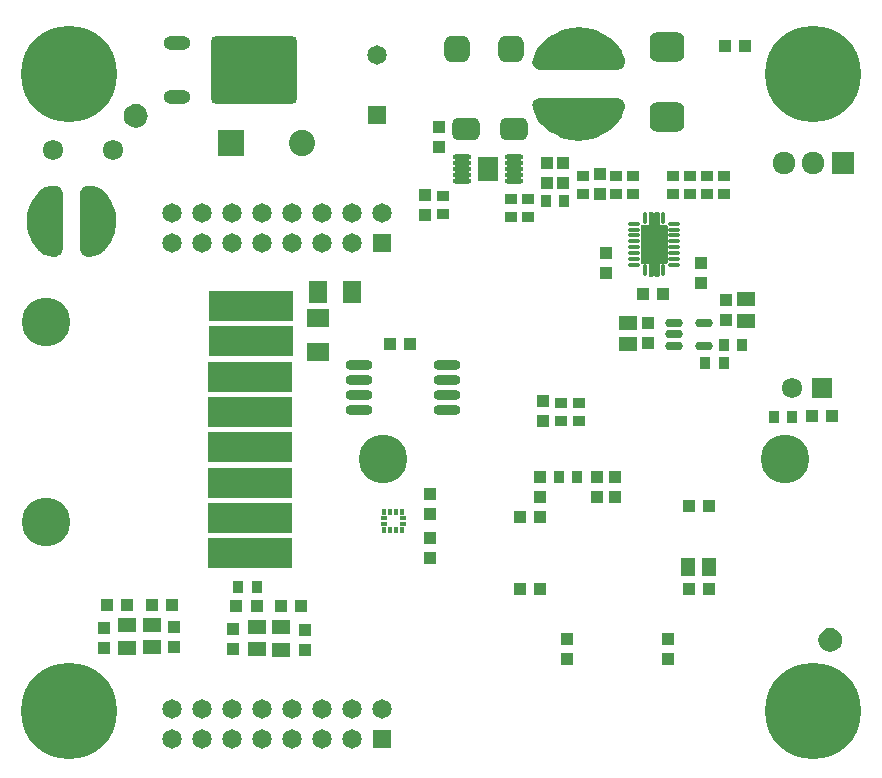
<source format=gts>
G04 Layer_Color=8388736*
%FSLAX24Y24*%
%MOIN*%
G70*
G01*
G75*
%ADD96O,0.0906X0.0454*%
%ADD97R,0.0205X0.0165*%
%ADD98R,0.0165X0.0205*%
%ADD99R,0.0441X0.0402*%
%ADD100R,0.0323X0.0402*%
%ADD101O,0.0897X0.0343*%
%ADD102R,0.0402X0.0441*%
%ADD103R,0.0402X0.0323*%
%ADD104R,0.0441X0.0441*%
%ADD105R,0.0598X0.0756*%
%ADD106R,0.0835X0.0835*%
%ADD107R,0.0756X0.0598*%
%ADD108C,0.0520*%
G04:AMPARAMS|DCode=109|XSize=87.4mil|YSize=83.5mil|CornerRadius=22mil|HoleSize=0mil|Usage=FLASHONLY|Rotation=90.000|XOffset=0mil|YOffset=0mil|HoleType=Round|Shape=RoundedRectangle|*
%AMROUNDEDRECTD109*
21,1,0.0874,0.0394,0,0,90.0*
21,1,0.0433,0.0835,0,0,90.0*
1,1,0.0441,0.0197,0.0217*
1,1,0.0441,0.0197,-0.0217*
1,1,0.0441,-0.0197,-0.0217*
1,1,0.0441,-0.0197,0.0217*
%
%ADD109ROUNDEDRECTD109*%
%ADD110O,0.0382X0.0165*%
%ADD111O,0.0165X0.0382*%
%ADD112R,0.0441X0.0835*%
%ADD113R,0.0618X0.0500*%
%ADD114R,0.0598X0.0461*%
%ADD115R,0.2803X0.1032*%
G04:AMPARAMS|DCode=116|XSize=100.5mil|YSize=116.2mil|CornerRadius=26.6mil|HoleSize=0mil|Usage=FLASHONLY|Rotation=270.000|XOffset=0mil|YOffset=0mil|HoleType=Round|Shape=RoundedRectangle|*
%AMROUNDEDRECTD116*
21,1,0.1005,0.0630,0,0,270.0*
21,1,0.0472,0.1162,0,0,270.0*
1,1,0.0532,-0.0315,-0.0236*
1,1,0.0532,-0.0315,0.0236*
1,1,0.0532,0.0315,0.0236*
1,1,0.0532,0.0315,-0.0236*
%
%ADD116ROUNDEDRECTD116*%
G04:AMPARAMS|DCode=117|XSize=285.5mil|YSize=224.5mil|CornerRadius=13.9mil|HoleSize=0mil|Usage=FLASHONLY|Rotation=0.000|XOffset=0mil|YOffset=0mil|HoleType=Round|Shape=RoundedRectangle|*
%AMROUNDEDRECTD117*
21,1,0.2855,0.1967,0,0,0.0*
21,1,0.2577,0.2245,0,0,0.0*
1,1,0.0278,0.1288,-0.0983*
1,1,0.0278,-0.1288,-0.0983*
1,1,0.0278,-0.1288,0.0983*
1,1,0.0278,0.1288,0.0983*
%
%ADD117ROUNDEDRECTD117*%
%ADD118O,0.0631X0.0178*%
%ADD119R,0.0670X0.0788*%
G04:AMPARAMS|DCode=120|XSize=92.6mil|YSize=74.9mil|CornerRadius=20.2mil|HoleSize=0mil|Usage=FLASHONLY|Rotation=0.000|XOffset=0mil|YOffset=0mil|HoleType=Round|Shape=RoundedRectangle|*
%AMROUNDEDRECTD120*
21,1,0.0926,0.0344,0,0,0.0*
21,1,0.0522,0.0749,0,0,0.0*
1,1,0.0404,0.0261,-0.0172*
1,1,0.0404,-0.0261,-0.0172*
1,1,0.0404,-0.0261,0.0172*
1,1,0.0404,0.0261,0.0172*
%
%ADD120ROUNDEDRECTD120*%
%ADD121O,0.0591X0.0296*%
%ADD122R,0.0500X0.0618*%
%ADD123R,0.2816X0.1044*%
%ADD124C,0.0677*%
%ADD125R,0.0677X0.0677*%
%ADD126C,0.0647*%
%ADD127R,0.0647X0.0647*%
%ADD128C,0.0874*%
%ADD129R,0.0874X0.0874*%
%ADD130R,0.0647X0.0647*%
%ADD131C,0.0756*%
%ADD132R,0.0756X0.0756*%
%ADD133C,0.1622*%
%ADD134C,0.3197*%
G36*
X31657Y40042D02*
X31659Y40043D01*
X31779Y40031D01*
X31783Y40029D01*
X31787Y40030D01*
X31903Y39995D01*
X31906Y39992D01*
X31910Y39991D01*
X32017Y39934D01*
X32020Y39931D01*
X32024Y39930D01*
X32117Y39853D01*
X32118Y39851D01*
X32120Y39850D01*
X32150Y39820D01*
X32151Y39819D01*
X32152Y39818D01*
X32264Y39690D01*
X32265Y39687D01*
X32268Y39685D01*
X32361Y39543D01*
X32361Y39540D01*
X32364Y39538D01*
X32437Y39384D01*
X32437Y39382D01*
X32438Y39381D01*
X32439Y39378D01*
X32439Y39376D01*
X32440Y39375D01*
X32485Y39235D01*
X32485Y39232D01*
X32486Y39230D01*
X32514Y39085D01*
X32513Y39082D01*
X32514Y39080D01*
X32524Y38933D01*
X32523Y38932D01*
X32524Y38930D01*
X32524Y38799D01*
X32523Y38798D01*
X32524Y38796D01*
X32514Y38641D01*
X32513Y38638D01*
X32513Y38636D01*
X32484Y38483D01*
X32483Y38480D01*
X32483Y38477D01*
X32435Y38329D01*
X32434Y38328D01*
X32435Y38327D01*
X32434Y38327D01*
X32433Y38325D01*
X32433Y38323D01*
X32363Y38176D01*
X32361Y38173D01*
X32360Y38170D01*
X32270Y38034D01*
X32268Y38032D01*
X32267Y38029D01*
X32159Y37905D01*
X32158Y37905D01*
X32157Y37903D01*
X32114Y37860D01*
X32112Y37859D01*
X32111Y37857D01*
X32021Y37783D01*
X32017Y37782D01*
X32014Y37779D01*
X31911Y37724D01*
X31907Y37723D01*
X31903Y37720D01*
X31792Y37687D01*
X31787Y37687D01*
X31783Y37685D01*
X31667Y37673D01*
X31665Y37674D01*
X31663Y37673D01*
X31594D01*
X31591Y37675D01*
X31588Y37674D01*
X31521Y37684D01*
X31515Y37688D01*
X31508Y37689D01*
X31448Y37719D01*
X31443Y37725D01*
X31437Y37727D01*
X31389Y37775D01*
X31386Y37782D01*
X31381Y37786D01*
X31350Y37847D01*
X31349Y37853D01*
X31346Y37859D01*
X31335Y37926D01*
X31336Y37930D01*
X31335Y37933D01*
Y39783D01*
X31336Y39787D01*
X31335Y39790D01*
X31346Y39857D01*
X31349Y39863D01*
X31350Y39870D01*
X31381Y39930D01*
X31386Y39935D01*
X31389Y39941D01*
X31437Y39989D01*
X31443Y39992D01*
X31448Y39997D01*
X31508Y40028D01*
X31515Y40029D01*
X31521Y40032D01*
X31588Y40043D01*
X31591Y40042D01*
X31594Y40043D01*
X31655D01*
X31657Y40042D01*
D02*
G37*
G36*
X50642Y39157D02*
X50650Y39142D01*
X50654Y39130D01*
Y38732D01*
X50898D01*
X50909Y38724D01*
X50917Y38713D01*
Y37468D01*
X50909Y37457D01*
X50894Y37449D01*
X50654D01*
Y37043D01*
X50650Y37031D01*
X50642Y37020D01*
X50630Y37014D01*
X50532D01*
X50501Y37026D01*
X50488Y37057D01*
Y37299D01*
X50457D01*
Y37057D01*
X50444Y37026D01*
X50413Y37014D01*
X50315D01*
X50299Y37027D01*
X50291Y37051D01*
Y37449D01*
X50055D01*
X50035Y37453D01*
X50028Y37472D01*
Y38713D01*
X50035Y38724D01*
X50047Y38732D01*
X50291D01*
Y39142D01*
X50299Y39157D01*
X50315Y39167D01*
X50413D01*
X50444Y39155D01*
X50457Y39124D01*
Y38882D01*
X50488D01*
Y39124D01*
X50501Y39155D01*
X50532Y39167D01*
X50630D01*
X50642Y39157D01*
D02*
G37*
G36*
X56441Y25285D02*
X56537Y25245D01*
X56619Y25182D01*
X56682Y25100D01*
X56722Y25004D01*
X56736Y24902D01*
X56722Y24799D01*
X56682Y24703D01*
X56619Y24621D01*
X56537Y24558D01*
X56441Y24518D01*
X56339Y24504D01*
X56236Y24518D01*
X56140Y24558D01*
X56058Y24621D01*
X55995Y24703D01*
X55955Y24799D01*
X55941Y24902D01*
X55955Y25004D01*
X55995Y25100D01*
X56058Y25182D01*
X56140Y25245D01*
X56236Y25285D01*
X56339Y25299D01*
X56441Y25285D01*
D02*
G37*
G36*
X30495Y40042D02*
X30499Y40043D01*
X30566Y40032D01*
X30572Y40029D01*
X30579Y40028D01*
X30639Y39997D01*
X30644Y39992D01*
X30650Y39989D01*
X30698Y39941D01*
X30701Y39935D01*
X30706Y39930D01*
X30737Y39870D01*
X30737Y39863D01*
X30741Y39857D01*
X30751Y39790D01*
X30751Y39787D01*
X30752Y39783D01*
Y37933D01*
X30751Y37930D01*
X30751Y37926D01*
X30741Y37859D01*
X30737Y37853D01*
X30737Y37847D01*
X30706Y37786D01*
X30701Y37782D01*
X30698Y37775D01*
X30650Y37727D01*
X30644Y37725D01*
X30639Y37719D01*
X30579Y37689D01*
X30572Y37688D01*
X30566Y37684D01*
X30499Y37674D01*
X30495Y37675D01*
X30492Y37673D01*
X30432D01*
X30430Y37674D01*
X30428Y37673D01*
X30308Y37685D01*
X30304Y37687D01*
X30299Y37687D01*
X30184Y37722D01*
X30181Y37725D01*
X30176Y37725D01*
X30070Y37782D01*
X30067Y37785D01*
X30063Y37787D01*
X29969Y37863D01*
X29968Y37865D01*
X29966Y37866D01*
X29936Y37896D01*
X29936Y37898D01*
X29934Y37898D01*
X29822Y38027D01*
X29821Y38030D01*
X29819Y38031D01*
X29726Y38174D01*
X29725Y38177D01*
X29723Y38179D01*
X29650Y38333D01*
X29650Y38334D01*
X29649Y38335D01*
X29648Y38339D01*
X29648Y38340D01*
X29647Y38341D01*
X29602Y38481D01*
X29602Y38484D01*
X29600Y38487D01*
X29573Y38631D01*
X29574Y38634D01*
X29572Y38637D01*
X29563Y38784D01*
X29564Y38785D01*
X29563Y38786D01*
X29563Y38917D01*
X29564Y38919D01*
X29563Y38920D01*
X29573Y39076D01*
X29574Y39078D01*
X29573Y39081D01*
X29602Y39234D01*
X29604Y39236D01*
X29604Y39239D01*
X29651Y39387D01*
X29652Y39388D01*
X29652Y39389D01*
X29652Y39390D01*
X29654Y39391D01*
X29654Y39393D01*
X29724Y39541D01*
X29726Y39543D01*
X29727Y39546D01*
X29816Y39683D01*
X29819Y39685D01*
X29820Y39688D01*
X29927Y39811D01*
X29929Y39812D01*
X29929Y39813D01*
X29972Y39856D01*
X29975Y39857D01*
X29976Y39859D01*
X30066Y39933D01*
X30070Y39935D01*
X30073Y39938D01*
X30175Y39993D01*
X30180Y39993D01*
X30183Y39996D01*
X30295Y40030D01*
X30299Y40030D01*
X30303Y40032D01*
X30419Y40043D01*
X30421Y40042D01*
X30423Y40043D01*
X30492D01*
X30495Y40042D01*
D02*
G37*
G36*
X48178Y45306D02*
X48181Y45304D01*
X48184Y45305D01*
X48402Y45261D01*
X48405Y45259D01*
X48408Y45259D01*
X48618Y45186D01*
X48620Y45184D01*
X48623Y45184D01*
X48822Y45084D01*
X48824Y45082D01*
X48827Y45081D01*
X49011Y44955D01*
X49013Y44953D01*
X49016Y44952D01*
X49182Y44803D01*
X49182Y44801D01*
X49184Y44801D01*
X49186Y44798D01*
X49187Y44797D01*
X49188Y44796D01*
X49293Y44669D01*
X49294Y44666D01*
X49297Y44664D01*
X49382Y44522D01*
X49382Y44519D01*
X49385Y44516D01*
X49446Y44364D01*
X49446Y44362D01*
X49447Y44360D01*
X49489Y44226D01*
X49489Y44222D01*
X49491Y44218D01*
X49499Y44145D01*
X49497Y44138D01*
X49498Y44129D01*
X49479Y44058D01*
X49474Y44052D01*
X49472Y44044D01*
X49429Y43985D01*
X49422Y43980D01*
X49417Y43974D01*
X49355Y43935D01*
X49347Y43933D01*
X49340Y43929D01*
X49268Y43915D01*
X49264Y43916D01*
X49260Y43914D01*
X46654D01*
X46650Y43916D01*
X46646Y43915D01*
X46572Y43929D01*
X46565Y43934D01*
X46556Y43935D01*
X46493Y43975D01*
X46488Y43982D01*
X46481Y43986D01*
X46436Y44047D01*
X46434Y44055D01*
X46429Y44062D01*
X46410Y44135D01*
X46411Y44143D01*
X46409Y44151D01*
X46417Y44226D01*
X46419Y44230D01*
X46419Y44234D01*
X46459Y44363D01*
X46461Y44365D01*
X46461Y44367D01*
X46521Y44518D01*
X46524Y44520D01*
X46524Y44524D01*
X46607Y44663D01*
X46610Y44665D01*
X46611Y44669D01*
X46715Y44794D01*
X46717Y44795D01*
X46717Y44796D01*
X46722Y44801D01*
X46723Y44801D01*
X46724Y44803D01*
X46890Y44952D01*
X46892Y44953D01*
X46894Y44955D01*
X47078Y45081D01*
X47081Y45082D01*
X47083Y45084D01*
X47282Y45184D01*
X47285Y45184D01*
X47287Y45186D01*
X47498Y45259D01*
X47501Y45259D01*
X47503Y45261D01*
X47722Y45305D01*
X47725Y45304D01*
X47728Y45306D01*
X47950Y45321D01*
X47953Y45320D01*
X47956Y45321D01*
X48178Y45306D01*
D02*
G37*
G36*
X49256Y42954D02*
X49260Y42955D01*
X49334Y42941D01*
X49341Y42937D01*
X49349Y42935D01*
X49413Y42895D01*
X49418Y42888D01*
X49425Y42884D01*
X49470Y42823D01*
X49472Y42815D01*
X49477Y42808D01*
X49496Y42735D01*
X49495Y42727D01*
X49497Y42719D01*
X49488Y42644D01*
X49486Y42640D01*
X49487Y42636D01*
X49446Y42507D01*
X49445Y42505D01*
X49445Y42503D01*
X49384Y42353D01*
X49382Y42350D01*
X49381Y42347D01*
X49298Y42207D01*
X49295Y42205D01*
X49294Y42201D01*
X49190Y42076D01*
X49189Y42076D01*
X49188Y42074D01*
X49184Y42069D01*
X49182Y42069D01*
X49182Y42067D01*
X49016Y41918D01*
X49013Y41917D01*
X49011Y41915D01*
X48827Y41789D01*
X48824Y41788D01*
X48822Y41786D01*
X48623Y41686D01*
X48620Y41686D01*
X48618Y41684D01*
X48408Y41611D01*
X48405Y41611D01*
X48402Y41609D01*
X48184Y41565D01*
X48181Y41566D01*
X48178Y41564D01*
X47956Y41549D01*
X47953Y41550D01*
X47950Y41549D01*
X47728Y41564D01*
X47725Y41566D01*
X47722Y41565D01*
X47503Y41609D01*
X47501Y41611D01*
X47498Y41611D01*
X47287Y41684D01*
X47285Y41686D01*
X47282Y41686D01*
X47083Y41786D01*
X47081Y41788D01*
X47078Y41789D01*
X46894Y41915D01*
X46892Y41917D01*
X46890Y41918D01*
X46724Y42067D01*
X46723Y42069D01*
X46722Y42069D01*
X46720Y42072D01*
X46719Y42073D01*
X46717Y42074D01*
X46612Y42201D01*
X46611Y42204D01*
X46608Y42206D01*
X46524Y42348D01*
X46523Y42351D01*
X46521Y42354D01*
X46460Y42506D01*
X46460Y42508D01*
X46459Y42510D01*
X46417Y42644D01*
X46417Y42648D01*
X46415Y42652D01*
X46406Y42725D01*
X46409Y42733D01*
X46408Y42741D01*
X46426Y42812D01*
X46431Y42818D01*
X46433Y42826D01*
X46477Y42885D01*
X46484Y42890D01*
X46489Y42896D01*
X46551Y42936D01*
X46559Y42937D01*
X46566Y42941D01*
X46638Y42955D01*
X46642Y42954D01*
X46646Y42956D01*
X49252D01*
X49256Y42954D01*
D02*
G37*
G36*
X33292Y42756D02*
X33388Y42716D01*
X33470Y42653D01*
X33533Y42571D01*
X33573Y42475D01*
X33586Y42372D01*
X33573Y42269D01*
X33533Y42174D01*
X33470Y42091D01*
X33388Y42028D01*
X33292Y41988D01*
X33189Y41975D01*
X33086Y41988D01*
X32990Y42028D01*
X32908Y42091D01*
X32845Y42174D01*
X32805Y42269D01*
X32792Y42372D01*
X32805Y42475D01*
X32845Y42571D01*
X32908Y42653D01*
X32990Y42716D01*
X33086Y42756D01*
X33189Y42769D01*
X33292Y42756D01*
D02*
G37*
D96*
X34567Y43008D02*
D03*
Y44803D02*
D03*
D97*
X41457Y28770D02*
D03*
Y28967D02*
D03*
X42087D02*
D03*
Y28770D02*
D03*
D98*
X41476Y29183D02*
D03*
X41673D02*
D03*
X41870D02*
D03*
X42067D02*
D03*
Y28553D02*
D03*
X41870D02*
D03*
X41673D02*
D03*
X41476D02*
D03*
D99*
X41673Y34783D02*
D03*
X42343D02*
D03*
X55728Y32362D02*
D03*
X56398D02*
D03*
X33730Y26064D02*
D03*
X34400D02*
D03*
X53484Y44685D02*
D03*
X52815D02*
D03*
X38022Y26024D02*
D03*
X38691D02*
D03*
X37215Y26023D02*
D03*
X36545D02*
D03*
X32894Y26063D02*
D03*
X32224D02*
D03*
X50768Y36447D02*
D03*
X50098D02*
D03*
X51634Y26614D02*
D03*
X52303D02*
D03*
X51624Y29370D02*
D03*
X52293D02*
D03*
X46673Y26614D02*
D03*
X46004D02*
D03*
X46673Y28986D02*
D03*
X46004D02*
D03*
D100*
X55079Y32343D02*
D03*
X54468D02*
D03*
X46860Y39528D02*
D03*
X47470D02*
D03*
X53395Y34724D02*
D03*
X52785D02*
D03*
X52785Y34134D02*
D03*
X52175D02*
D03*
X37214Y26663D02*
D03*
X36604D02*
D03*
X47894Y30345D02*
D03*
X47284D02*
D03*
D101*
X40620Y32575D02*
D03*
Y33575D02*
D03*
Y34075D02*
D03*
X43570Y32575D02*
D03*
Y33575D02*
D03*
Y34075D02*
D03*
X40620Y33075D02*
D03*
X43570D02*
D03*
D102*
X43012Y28307D02*
D03*
Y27638D02*
D03*
X42992Y29104D02*
D03*
Y29774D02*
D03*
X47441Y40138D02*
D03*
Y40807D02*
D03*
X46890Y40138D02*
D03*
Y40807D02*
D03*
X42835Y39744D02*
D03*
Y39075D02*
D03*
X43287Y41319D02*
D03*
Y41988D02*
D03*
X52874Y36240D02*
D03*
Y35571D02*
D03*
X50276Y34803D02*
D03*
Y35472D02*
D03*
X38829Y24577D02*
D03*
Y25246D02*
D03*
X36437Y24587D02*
D03*
Y25256D02*
D03*
X32146Y24646D02*
D03*
Y25315D02*
D03*
X34478Y24656D02*
D03*
Y25325D02*
D03*
X52027Y37461D02*
D03*
Y36791D02*
D03*
X48652Y39774D02*
D03*
Y40443D02*
D03*
X48858Y37815D02*
D03*
Y37146D02*
D03*
X50925Y24921D02*
D03*
Y24252D02*
D03*
X49163Y29675D02*
D03*
Y30345D02*
D03*
X48553Y29675D02*
D03*
Y30345D02*
D03*
X47579Y24931D02*
D03*
Y24262D02*
D03*
X46673Y29675D02*
D03*
Y30345D02*
D03*
X46772Y32874D02*
D03*
Y32205D02*
D03*
D103*
X43445Y39714D02*
D03*
Y39104D02*
D03*
X46260Y38996D02*
D03*
Y39606D02*
D03*
X45709Y39606D02*
D03*
Y38996D02*
D03*
X52795Y40374D02*
D03*
Y39764D02*
D03*
X52244Y40374D02*
D03*
Y39764D02*
D03*
X51673Y40374D02*
D03*
Y39764D02*
D03*
X51102Y40374D02*
D03*
Y39764D02*
D03*
X49754Y40384D02*
D03*
Y39774D02*
D03*
X49203Y40384D02*
D03*
Y39774D02*
D03*
X48100Y40384D02*
D03*
Y39774D02*
D03*
X47953Y32805D02*
D03*
Y32195D02*
D03*
X47362Y32195D02*
D03*
Y32805D02*
D03*
D104*
X47953Y42385D02*
D03*
Y44485D02*
D03*
D105*
X40404Y36496D02*
D03*
X39262D02*
D03*
D106*
X31929Y38858D02*
D03*
X30157D02*
D03*
D107*
X39262Y34488D02*
D03*
Y35630D02*
D03*
D108*
X56339Y24902D02*
D03*
X33189Y42372D02*
D03*
D109*
X43898Y44587D02*
D03*
X45709D02*
D03*
D110*
X51142Y37401D02*
D03*
Y37598D02*
D03*
Y37795D02*
D03*
Y37992D02*
D03*
Y38189D02*
D03*
Y38386D02*
D03*
Y38583D02*
D03*
Y38779D02*
D03*
X49803D02*
D03*
Y38583D02*
D03*
Y38386D02*
D03*
Y38189D02*
D03*
Y37992D02*
D03*
Y37795D02*
D03*
Y37598D02*
D03*
Y37401D02*
D03*
D111*
X50768Y38957D02*
D03*
X50177D02*
D03*
X50768Y37224D02*
D03*
X50177D02*
D03*
D112*
X50472Y38090D02*
D03*
D113*
X53543Y36260D02*
D03*
Y35551D02*
D03*
X49606Y35472D02*
D03*
Y34764D02*
D03*
D114*
X38022Y24577D02*
D03*
Y25325D02*
D03*
X37215Y24587D02*
D03*
Y25335D02*
D03*
X32894Y25394D02*
D03*
Y24646D02*
D03*
X33730Y25404D02*
D03*
Y24656D02*
D03*
D115*
X37035Y36043D02*
D03*
Y34862D02*
D03*
D116*
X50906Y44684D02*
D03*
Y42324D02*
D03*
D117*
X37126Y43906D02*
D03*
D118*
X44055Y40994D02*
D03*
Y40797D02*
D03*
Y40600D02*
D03*
Y40404D02*
D03*
Y40207D02*
D03*
X45787D02*
D03*
Y40404D02*
D03*
Y40600D02*
D03*
Y40797D02*
D03*
Y40994D02*
D03*
D119*
X44921Y40600D02*
D03*
D120*
X44193Y41929D02*
D03*
X45807D02*
D03*
D121*
X51132Y34715D02*
D03*
X52116D02*
D03*
X51132Y35463D02*
D03*
X52116D02*
D03*
X51132Y35089D02*
D03*
D122*
X51595Y27333D02*
D03*
X52303D02*
D03*
D123*
X36994Y33681D02*
D03*
Y32510D02*
D03*
Y31329D02*
D03*
Y30148D02*
D03*
Y28967D02*
D03*
Y27785D02*
D03*
D124*
X55073Y33307D02*
D03*
X32441Y41220D02*
D03*
X30441D02*
D03*
D125*
X56073Y33307D02*
D03*
D126*
X41220Y44402D02*
D03*
X35395Y39148D02*
D03*
X38395D02*
D03*
X41395D02*
D03*
X35395Y38148D02*
D03*
X38395D02*
D03*
X34395Y39148D02*
D03*
X36395D02*
D03*
X37395D02*
D03*
X39395D02*
D03*
X40395D02*
D03*
X34395Y38148D02*
D03*
X36395D02*
D03*
X37395D02*
D03*
X39395D02*
D03*
X40395D02*
D03*
X35395Y22613D02*
D03*
X38395D02*
D03*
X41395D02*
D03*
X35395Y21613D02*
D03*
X38395D02*
D03*
X34395Y22613D02*
D03*
X36395D02*
D03*
X37395D02*
D03*
X39395D02*
D03*
X40395D02*
D03*
X34395Y21613D02*
D03*
X36395D02*
D03*
X37395D02*
D03*
X39395D02*
D03*
X40395D02*
D03*
D127*
X41220Y42402D02*
D03*
D128*
X38740Y41457D02*
D03*
D129*
X36378D02*
D03*
D130*
X41395Y38148D02*
D03*
Y21613D02*
D03*
D131*
X38022Y27776D02*
D03*
Y28957D02*
D03*
Y30138D02*
D03*
Y31319D02*
D03*
Y32500D02*
D03*
Y36043D02*
D03*
Y33681D02*
D03*
Y34862D02*
D03*
X54781Y40786D02*
D03*
X55765D02*
D03*
D132*
X56750D02*
D03*
D133*
X54820Y30944D02*
D03*
X41435D02*
D03*
X30187Y35511D02*
D03*
Y28829D02*
D03*
D134*
X55765Y43778D02*
D03*
Y22518D02*
D03*
X30962D02*
D03*
Y43778D02*
D03*
M02*

</source>
